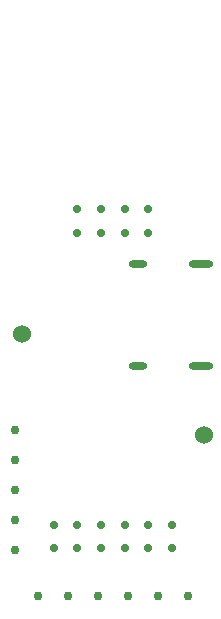
<source format=gbr>
%TF.GenerationSoftware,Altium Limited,Altium Designer,24.6.1 (21)*%
G04 Layer_Color=0*
%FSLAX45Y45*%
%MOMM*%
%TF.SameCoordinates,189501FC-2F9B-42A0-9727-E85274D5E768*%
%TF.FilePolarity,Positive*%
%TF.FileFunction,Plated,1,4,PTH,Drill*%
%TF.Part,Single*%
G01*
G75*
%TA.AperFunction,ComponentDrill*%
%ADD101C,0.76200*%
%ADD102C,0.76200*%
%ADD103C,0.70000*%
%ADD104O,2.10000X0.60000*%
%ADD105O,1.60000X0.60000*%
%TA.AperFunction,OtherDrill,Pad Free-MNT (16.971mm,14.827mm)*%
%ADD106C,1.52400*%
%TA.AperFunction,OtherDrill,Pad Free-MNT (1.604mm,23.419mm)*%
%ADD107C,1.52400*%
%TA.AperFunction,ViaDrill,NotFilled*%
%ADD108C,0.15000*%
D101*
X101600Y1016000D02*
D03*
Y762000D02*
D03*
Y508000D02*
D03*
Y1270000D02*
D03*
D102*
Y1524000D02*
D03*
X798000Y125000D02*
D03*
X1052000D02*
D03*
X1306000D02*
D03*
X1560000D02*
D03*
X544000D02*
D03*
X290000D02*
D03*
D103*
X425000Y525000D02*
D03*
X625000D02*
D03*
X425000Y725000D02*
D03*
X625000D02*
D03*
X825001Y525000D02*
D03*
X1025001D02*
D03*
X1225001D02*
D03*
X1425001D02*
D03*
X825001Y725000D02*
D03*
X1025001D02*
D03*
X1225001D02*
D03*
X1425001D02*
D03*
X625000Y3197500D02*
D03*
X825000D02*
D03*
X1025000D02*
D03*
X1225000D02*
D03*
X625000Y3397500D02*
D03*
X825000D02*
D03*
X1025000D02*
D03*
X1225000D02*
D03*
D104*
X1672500Y2934500D02*
D03*
Y2070500D02*
D03*
D105*
X1136500Y2934500D02*
D03*
Y2070500D02*
D03*
D106*
X1697100Y1482700D02*
D03*
D107*
X160400Y2341900D02*
D03*
D108*
X1558894Y3042126D02*
D03*
X822700Y2641400D02*
D03*
X492500Y2430000D02*
D03*
X1770000Y3150000D02*
D03*
X425000Y2105000D02*
D03*
X165000Y1955000D02*
D03*
X695000Y2242500D02*
D03*
X747500Y2660000D02*
D03*
X640000Y2635000D02*
D03*
X697500D02*
D03*
X290280Y3156279D02*
D03*
X739600Y2784759D02*
D03*
X457500Y3382500D02*
D03*
X459800Y3205455D02*
D03*
X572200Y2676501D02*
D03*
X1015000Y1770000D02*
D03*
X1704059Y3385941D02*
D03*
X1450000Y4785000D02*
D03*
X1600000Y3432500D02*
D03*
X535000Y4565000D02*
D03*
X1322500Y4300000D02*
D03*
X1435000Y4995000D02*
D03*
X842500Y4997500D02*
D03*
X1572500Y4932500D02*
D03*
X1677500Y3830000D02*
D03*
X1437500Y3695000D02*
D03*
X1350000Y3692500D02*
D03*
X327500Y3587500D02*
D03*
X277500Y3745000D02*
D03*
Y3827500D02*
D03*
Y4000000D02*
D03*
X275000Y3915000D02*
D03*
X255000Y4935000D02*
D03*
X140000Y2947500D02*
D03*
X870000Y2797960D02*
D03*
X1352500Y2230000D02*
D03*
X1275040Y2627500D02*
D03*
X1275040Y2527500D02*
D03*
X1172137Y2375655D02*
D03*
X1272500Y2220000D02*
D03*
X1015600Y2540000D02*
D03*
X825000Y1685000D02*
D03*
X1432500Y2862500D02*
D03*
X122500Y5010000D02*
D03*
X545000Y4217500D02*
D03*
X315000Y1702500D02*
D03*
X1392500Y2525000D02*
D03*
X995000Y1132500D02*
D03*
X875000D02*
D03*
X775000Y1130000D02*
D03*
X889600Y1437099D02*
D03*
X1447500Y1935000D02*
D03*
X1745000Y1050000D02*
D03*
X1705000Y835000D02*
D03*
X1772500Y517500D02*
D03*
X1770000Y327500D02*
D03*
X1772500Y240000D02*
D03*
X1770000Y60000D02*
D03*
X1005000Y970000D02*
D03*
X1380000Y1732500D02*
D03*
X1717500Y4725000D02*
D03*
X985000Y3055000D02*
D03*
X610400Y1185000D02*
D03*
X430000Y1172500D02*
D03*
X1682500Y1290000D02*
D03*
X1315000Y987500D02*
D03*
X1015600Y2603739D02*
D03*
X759999Y4504999D02*
D03*
X1465000Y1232500D02*
D03*
X837500Y2937500D02*
D03*
X1172500Y3055000D02*
D03*
X1380000Y3107500D02*
D03*
X1790000Y1920000D02*
D03*
X1439121Y2578379D02*
D03*
X1020000Y2430000D02*
D03*
X1450000Y2992500D02*
D03*
X1264400Y2785000D02*
D03*
Y2837389D02*
D03*
X1777500Y3065000D02*
D03*
X1715000Y3067500D02*
D03*
X1790001Y3549058D02*
D03*
X1012500Y2340000D02*
D03*
X912500Y2432500D02*
D03*
X1575000Y1360000D02*
D03*
X1507500Y2380000D02*
D03*
Y2317500D02*
D03*
X1725000Y2775000D02*
D03*
X1508626Y1764393D02*
D03*
X1530000Y1687500D02*
D03*
X1365000Y1900000D02*
D03*
X1138800Y1485000D02*
D03*
X1562500Y3145000D02*
D03*
X1291361Y2168861D02*
D03*
X1317500Y2455000D02*
D03*
X1337100Y2732500D02*
D03*
X562500Y2612500D02*
D03*
X482500Y2609636D02*
D03*
X222500Y3637500D02*
D03*
X173100Y3277500D02*
D03*
X130000Y2637500D02*
D03*
X190000Y1715000D02*
D03*
X277500Y1297500D02*
D03*
Y1477500D02*
D03*
X692500Y1780000D02*
D03*
X932500Y1670000D02*
D03*
X47500Y2017500D02*
D03*
X1322500Y4422500D02*
D03*
X357500Y4217500D02*
D03*
X173100Y4170000D02*
D03*
Y4085000D02*
D03*
X1240000Y1895000D02*
D03*
X695000Y1527499D02*
D03*
X1075000Y1365000D02*
D03*
X644998Y1014995D02*
D03*
X1204998Y1014996D02*
D03*
X22500Y4640000D02*
D03*
X135000Y4652500D02*
D03*
X925779Y3568280D02*
D03*
X1420000Y4922500D02*
D03*
X672500Y4995000D02*
D03*
X1010000D02*
D03*
X1180000Y4992500D02*
D03*
X1350000Y4995000D02*
D03*
X500000Y4997500D02*
D03*
X1625000Y3639999D02*
D03*
X1625000Y5040000D02*
D03*
X224998Y5035001D02*
D03*
X307500Y4797500D02*
D03*
X1547500Y4252500D02*
D03*
X1545000Y4327500D02*
D03*
X1399400Y3859400D02*
D03*
X1415779Y3800780D02*
D03*
X1425000Y4422500D02*
D03*
X452500D02*
D03*
X282500Y4255000D02*
D03*
X302500Y4597500D02*
D03*
X550000Y4895000D02*
D03*
X759999Y4174999D02*
D03*
X924999D02*
D03*
X1089999Y4175000D02*
D03*
Y4339999D02*
D03*
X924999D02*
D03*
X760000D02*
D03*
X924999Y4505000D02*
D03*
X1089999D02*
D03*
X1725000Y2600000D02*
D03*
%TF.MD5,b60c2b9c675acf78962f735146b0506c*%
M02*

</source>
